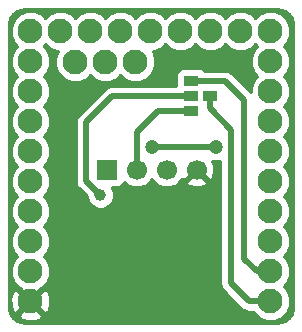
<source format=gbr>
G04 #@! TF.FileFunction,Copper,L1,Top,Signal*
%FSLAX46Y46*%
G04 Gerber Fmt 4.6, Leading zero omitted, Abs format (unit mm)*
G04 Created by KiCad (PCBNEW 4.0.6) date 12/07/19 10:46:41*
%MOMM*%
%LPD*%
G01*
G04 APERTURE LIST*
%ADD10C,0.100000*%
%ADD11C,2.100000*%
%ADD12R,1.700000X1.700000*%
%ADD13C,1.700000*%
%ADD14R,1.270000X0.970000*%
%ADD15C,1.200000*%
%ADD16C,1.000000*%
%ADD17C,0.500000*%
%ADD18C,0.254000*%
G04 APERTURE END LIST*
D10*
D11*
X161581000Y-67845000D03*
X161581000Y-70385000D03*
X161581000Y-72925000D03*
X161581000Y-75465000D03*
X161581000Y-78005000D03*
X161581000Y-80545000D03*
X161581000Y-83085000D03*
X161581000Y-85625000D03*
X161581000Y-88165000D03*
X161581000Y-65305000D03*
X159041000Y-65305000D03*
X156501000Y-65305000D03*
X153961000Y-65305000D03*
X151421000Y-65305000D03*
X148881000Y-65305000D03*
X146341000Y-65305000D03*
X143801000Y-65305000D03*
X141261000Y-65305000D03*
X141261000Y-67845000D03*
X141261000Y-70385000D03*
X141261000Y-72925000D03*
X141261000Y-75465000D03*
X141261000Y-78005000D03*
X141261000Y-80545000D03*
X141261000Y-83085000D03*
X141261000Y-85625000D03*
X141261000Y-88165000D03*
D12*
X147711000Y-77025000D03*
D13*
X150251000Y-77025000D03*
X152791000Y-77025000D03*
X155331000Y-77025000D03*
D11*
X145061000Y-67875000D03*
X147601000Y-67875000D03*
X150141000Y-67875000D03*
D14*
X154886000Y-72070000D03*
X154886000Y-70800000D03*
X154886000Y-69530000D03*
X156436000Y-70800000D03*
D15*
X156986000Y-75075000D03*
X151511000Y-75075000D03*
D16*
X147186000Y-79175000D03*
D17*
X154386000Y-80750000D02*
X153261000Y-80750000D01*
X153261000Y-80750000D02*
X153211000Y-80800000D01*
X161581000Y-88165000D02*
X159751000Y-88165000D01*
X156436000Y-71825000D02*
X156436000Y-70800000D01*
X158236000Y-73625000D02*
X156436000Y-71825000D01*
X158236000Y-86650000D02*
X158236000Y-73625000D01*
X159751000Y-88165000D02*
X158236000Y-86650000D01*
X154886000Y-69530000D02*
X157756000Y-69530000D01*
X160411000Y-85625000D02*
X161581000Y-85625000D01*
X159361000Y-84575000D02*
X160411000Y-85625000D01*
X159361000Y-71135000D02*
X159361000Y-84575000D01*
X157756000Y-69530000D02*
X159361000Y-71135000D01*
X161569400Y-80543400D02*
X161163000Y-80543400D01*
X151511000Y-75075000D02*
X156986000Y-75075000D01*
X154886000Y-70800000D02*
X148161000Y-70800000D01*
X145961000Y-77950000D02*
X147186000Y-79175000D01*
X145961000Y-73000000D02*
X145961000Y-77950000D01*
X148161000Y-70800000D02*
X145961000Y-73000000D01*
X154886000Y-72070000D02*
X152041000Y-72070000D01*
X150251000Y-73860000D02*
X150251000Y-77025000D01*
X152041000Y-72070000D02*
X150251000Y-73860000D01*
D18*
G36*
X162783384Y-63551815D02*
X163166557Y-63807844D01*
X163422585Y-64191015D01*
X163526400Y-64712931D01*
X163526400Y-88703069D01*
X163422585Y-89224985D01*
X163166557Y-89608156D01*
X162783384Y-89864185D01*
X162261469Y-89968000D01*
X140684331Y-89968000D01*
X140162415Y-89864185D01*
X139779244Y-89608157D01*
X139609223Y-89353703D01*
X140251902Y-89353703D01*
X140356687Y-89625745D01*
X140984526Y-89860619D01*
X141654456Y-89837349D01*
X142165313Y-89625745D01*
X142270098Y-89353703D01*
X141261000Y-88344605D01*
X140251902Y-89353703D01*
X139609223Y-89353703D01*
X139523215Y-89224984D01*
X139419400Y-88703069D01*
X139419400Y-87888526D01*
X139565381Y-87888526D01*
X139588651Y-88558456D01*
X139800255Y-89069313D01*
X140072297Y-89174098D01*
X141081395Y-88165000D01*
X141440605Y-88165000D01*
X142449703Y-89174098D01*
X142721745Y-89069313D01*
X142956619Y-88441474D01*
X142933349Y-87771544D01*
X142721745Y-87260687D01*
X142449703Y-87155902D01*
X141440605Y-88165000D01*
X141081395Y-88165000D01*
X140072297Y-87155902D01*
X139800255Y-87260687D01*
X139565381Y-87888526D01*
X139419400Y-87888526D01*
X139419400Y-65638697D01*
X139575708Y-65638697D01*
X139831694Y-66258229D01*
X140148050Y-66575137D01*
X139833360Y-66889278D01*
X139576293Y-67508362D01*
X139575708Y-68178697D01*
X139831694Y-68798229D01*
X140148050Y-69115137D01*
X139833360Y-69429278D01*
X139576293Y-70048362D01*
X139575708Y-70718697D01*
X139831694Y-71338229D01*
X140148050Y-71655137D01*
X139833360Y-71969278D01*
X139576293Y-72588362D01*
X139575708Y-73258697D01*
X139831694Y-73878229D01*
X140148050Y-74195137D01*
X139833360Y-74509278D01*
X139576293Y-75128362D01*
X139575708Y-75798697D01*
X139831694Y-76418229D01*
X140148050Y-76735137D01*
X139833360Y-77049278D01*
X139576293Y-77668362D01*
X139575708Y-78338697D01*
X139831694Y-78958229D01*
X140148050Y-79275137D01*
X139833360Y-79589278D01*
X139576293Y-80208362D01*
X139575708Y-80878697D01*
X139831694Y-81498229D01*
X140148050Y-81815137D01*
X139833360Y-82129278D01*
X139576293Y-82748362D01*
X139575708Y-83418697D01*
X139831694Y-84038229D01*
X140148050Y-84355137D01*
X139833360Y-84669278D01*
X139576293Y-85288362D01*
X139575708Y-85958697D01*
X139831694Y-86578229D01*
X140305278Y-87052640D01*
X140344554Y-87068949D01*
X141261000Y-87985395D01*
X142176499Y-87069896D01*
X142214229Y-87054306D01*
X142688640Y-86580722D01*
X142945707Y-85961638D01*
X142946292Y-85291303D01*
X142690306Y-84671771D01*
X142373950Y-84354863D01*
X142688640Y-84040722D01*
X142945707Y-83421638D01*
X142946292Y-82751303D01*
X142690306Y-82131771D01*
X142373950Y-81814863D01*
X142688640Y-81500722D01*
X142945707Y-80881638D01*
X142946292Y-80211303D01*
X142690306Y-79591771D01*
X142373950Y-79274863D01*
X142688640Y-78960722D01*
X142945707Y-78341638D01*
X142946292Y-77671303D01*
X142690306Y-77051771D01*
X142373950Y-76734863D01*
X142688640Y-76420722D01*
X142945707Y-75801638D01*
X142946292Y-75131303D01*
X142690306Y-74511771D01*
X142373950Y-74194863D01*
X142688640Y-73880722D01*
X142945707Y-73261638D01*
X142946292Y-72591303D01*
X142690306Y-71971771D01*
X142373950Y-71654863D01*
X142688640Y-71340722D01*
X142945707Y-70721638D01*
X142946292Y-70051303D01*
X142690306Y-69431771D01*
X142373950Y-69114863D01*
X142688640Y-68800722D01*
X142945707Y-68181638D01*
X142946292Y-67511303D01*
X142690306Y-66891771D01*
X142373950Y-66574863D01*
X142531137Y-66417950D01*
X142845278Y-66732640D01*
X143464362Y-66989707D01*
X143604065Y-66989829D01*
X143376293Y-67538362D01*
X143375708Y-68208697D01*
X143631694Y-68828229D01*
X144105278Y-69302640D01*
X144724362Y-69559707D01*
X145394697Y-69560292D01*
X146014229Y-69304306D01*
X146331137Y-68987950D01*
X146645278Y-69302640D01*
X147264362Y-69559707D01*
X147934697Y-69560292D01*
X148554229Y-69304306D01*
X148871137Y-68987950D01*
X149185278Y-69302640D01*
X149804362Y-69559707D01*
X150474697Y-69560292D01*
X151094229Y-69304306D01*
X151568640Y-68830722D01*
X151825707Y-68211638D01*
X151826292Y-67541303D01*
X151598562Y-66990156D01*
X151754697Y-66990292D01*
X152374229Y-66734306D01*
X152691137Y-66417950D01*
X153005278Y-66732640D01*
X153624362Y-66989707D01*
X154294697Y-66990292D01*
X154914229Y-66734306D01*
X155231137Y-66417950D01*
X155545278Y-66732640D01*
X156164362Y-66989707D01*
X156834697Y-66990292D01*
X157454229Y-66734306D01*
X157771137Y-66417950D01*
X158085278Y-66732640D01*
X158704362Y-66989707D01*
X159374697Y-66990292D01*
X159994229Y-66734306D01*
X160311137Y-66417950D01*
X160468050Y-66575137D01*
X160153360Y-66889278D01*
X159896293Y-67508362D01*
X159895708Y-68178697D01*
X160151694Y-68798229D01*
X160468050Y-69115137D01*
X160153360Y-69429278D01*
X159896293Y-70048362D01*
X159895970Y-70418391D01*
X158381790Y-68904210D01*
X158094675Y-68712367D01*
X158031034Y-68699708D01*
X157756000Y-68644999D01*
X157755995Y-68645000D01*
X156018191Y-68645000D01*
X155985090Y-68593559D01*
X155772890Y-68448569D01*
X155521000Y-68397560D01*
X154251000Y-68397560D01*
X154015683Y-68441838D01*
X153799559Y-68580910D01*
X153654569Y-68793110D01*
X153603560Y-69045000D01*
X153603560Y-69915000D01*
X148161005Y-69915000D01*
X148161000Y-69914999D01*
X147878516Y-69971190D01*
X147822325Y-69982367D01*
X147535210Y-70174210D01*
X147535208Y-70174213D01*
X145335210Y-72374210D01*
X145143367Y-72661325D01*
X145133685Y-72710000D01*
X145075999Y-73000000D01*
X145076000Y-73000005D01*
X145076000Y-77949995D01*
X145075999Y-77950000D01*
X145128162Y-78212233D01*
X145143367Y-78288675D01*
X145306561Y-78532914D01*
X145335210Y-78575790D01*
X146050897Y-79291477D01*
X146050803Y-79399775D01*
X146223233Y-79817086D01*
X146542235Y-80136645D01*
X146959244Y-80309803D01*
X147410775Y-80310197D01*
X147828086Y-80137767D01*
X148147645Y-79818765D01*
X148320803Y-79401756D01*
X148321197Y-78950225D01*
X148148767Y-78532914D01*
X148138311Y-78522440D01*
X148561000Y-78522440D01*
X148796317Y-78478162D01*
X149012441Y-78339090D01*
X149157431Y-78126890D01*
X149173496Y-78047557D01*
X149408717Y-78283188D01*
X149954319Y-78509742D01*
X150545089Y-78510257D01*
X151091086Y-78284656D01*
X151509188Y-77867283D01*
X151520748Y-77839443D01*
X151531344Y-77865086D01*
X151948717Y-78283188D01*
X152494319Y-78509742D01*
X153085089Y-78510257D01*
X153631086Y-78284656D01*
X153847160Y-78068958D01*
X154466647Y-78068958D01*
X154546920Y-78320259D01*
X155102279Y-78521718D01*
X155692458Y-78495315D01*
X156115080Y-78320259D01*
X156195353Y-78068958D01*
X155331000Y-77204605D01*
X154466647Y-78068958D01*
X153847160Y-78068958D01*
X154049188Y-77867283D01*
X154068951Y-77819688D01*
X154287042Y-77889353D01*
X155151395Y-77025000D01*
X155137253Y-77010858D01*
X155316858Y-76831253D01*
X155331000Y-76845395D01*
X155345143Y-76831253D01*
X155524748Y-77010858D01*
X155510605Y-77025000D01*
X156374958Y-77889353D01*
X156626259Y-77809080D01*
X156827718Y-77253721D01*
X156801315Y-76663542D01*
X156637235Y-76267418D01*
X156739266Y-76309785D01*
X157230579Y-76310214D01*
X157351000Y-76260457D01*
X157351000Y-86649995D01*
X157350999Y-86650000D01*
X157407190Y-86932484D01*
X157418367Y-86988675D01*
X157567434Y-87211771D01*
X157610210Y-87275790D01*
X159125208Y-88790787D01*
X159125210Y-88790790D01*
X159305887Y-88911514D01*
X159412326Y-88982634D01*
X159751000Y-89050001D01*
X159751005Y-89050000D01*
X160123502Y-89050000D01*
X160151694Y-89118229D01*
X160625278Y-89592640D01*
X161244362Y-89849707D01*
X161914697Y-89850292D01*
X162534229Y-89594306D01*
X163008640Y-89120722D01*
X163265707Y-88501638D01*
X163266292Y-87831303D01*
X163010306Y-87211771D01*
X162693950Y-86894863D01*
X163008640Y-86580722D01*
X163265707Y-85961638D01*
X163266292Y-85291303D01*
X163010306Y-84671771D01*
X162693950Y-84354863D01*
X163008640Y-84040722D01*
X163265707Y-83421638D01*
X163266292Y-82751303D01*
X163010306Y-82131771D01*
X162693950Y-81814863D01*
X163008640Y-81500722D01*
X163265707Y-80881638D01*
X163266292Y-80211303D01*
X163010306Y-79591771D01*
X162693950Y-79274863D01*
X163008640Y-78960722D01*
X163265707Y-78341638D01*
X163266292Y-77671303D01*
X163010306Y-77051771D01*
X162693950Y-76734863D01*
X163008640Y-76420722D01*
X163265707Y-75801638D01*
X163266292Y-75131303D01*
X163010306Y-74511771D01*
X162693950Y-74194863D01*
X163008640Y-73880722D01*
X163265707Y-73261638D01*
X163266292Y-72591303D01*
X163010306Y-71971771D01*
X162693950Y-71654863D01*
X163008640Y-71340722D01*
X163265707Y-70721638D01*
X163266292Y-70051303D01*
X163010306Y-69431771D01*
X162693950Y-69114863D01*
X163008640Y-68800722D01*
X163265707Y-68181638D01*
X163266292Y-67511303D01*
X163010306Y-66891771D01*
X162693950Y-66574863D01*
X163008640Y-66260722D01*
X163265707Y-65641638D01*
X163266292Y-64971303D01*
X163010306Y-64351771D01*
X162536722Y-63877360D01*
X161917638Y-63620293D01*
X161247303Y-63619708D01*
X160627771Y-63875694D01*
X160310863Y-64192050D01*
X159996722Y-63877360D01*
X159377638Y-63620293D01*
X158707303Y-63619708D01*
X158087771Y-63875694D01*
X157770863Y-64192050D01*
X157456722Y-63877360D01*
X156837638Y-63620293D01*
X156167303Y-63619708D01*
X155547771Y-63875694D01*
X155230863Y-64192050D01*
X154916722Y-63877360D01*
X154297638Y-63620293D01*
X153627303Y-63619708D01*
X153007771Y-63875694D01*
X152690863Y-64192050D01*
X152376722Y-63877360D01*
X151757638Y-63620293D01*
X151087303Y-63619708D01*
X150467771Y-63875694D01*
X150150863Y-64192050D01*
X149836722Y-63877360D01*
X149217638Y-63620293D01*
X148547303Y-63619708D01*
X147927771Y-63875694D01*
X147610863Y-64192050D01*
X147296722Y-63877360D01*
X146677638Y-63620293D01*
X146007303Y-63619708D01*
X145387771Y-63875694D01*
X145070863Y-64192050D01*
X144756722Y-63877360D01*
X144137638Y-63620293D01*
X143467303Y-63619708D01*
X142847771Y-63875694D01*
X142530863Y-64192050D01*
X142216722Y-63877360D01*
X141597638Y-63620293D01*
X140927303Y-63619708D01*
X140307771Y-63875694D01*
X139833360Y-64349278D01*
X139576293Y-64968362D01*
X139575708Y-65638697D01*
X139419400Y-65638697D01*
X139419400Y-64712931D01*
X139523215Y-64191016D01*
X139779244Y-63807843D01*
X140162415Y-63551815D01*
X140684331Y-63448000D01*
X162261469Y-63448000D01*
X162783384Y-63551815D01*
X162783384Y-63551815D01*
G37*
X162783384Y-63551815D02*
X163166557Y-63807844D01*
X163422585Y-64191015D01*
X163526400Y-64712931D01*
X163526400Y-88703069D01*
X163422585Y-89224985D01*
X163166557Y-89608156D01*
X162783384Y-89864185D01*
X162261469Y-89968000D01*
X140684331Y-89968000D01*
X140162415Y-89864185D01*
X139779244Y-89608157D01*
X139609223Y-89353703D01*
X140251902Y-89353703D01*
X140356687Y-89625745D01*
X140984526Y-89860619D01*
X141654456Y-89837349D01*
X142165313Y-89625745D01*
X142270098Y-89353703D01*
X141261000Y-88344605D01*
X140251902Y-89353703D01*
X139609223Y-89353703D01*
X139523215Y-89224984D01*
X139419400Y-88703069D01*
X139419400Y-87888526D01*
X139565381Y-87888526D01*
X139588651Y-88558456D01*
X139800255Y-89069313D01*
X140072297Y-89174098D01*
X141081395Y-88165000D01*
X141440605Y-88165000D01*
X142449703Y-89174098D01*
X142721745Y-89069313D01*
X142956619Y-88441474D01*
X142933349Y-87771544D01*
X142721745Y-87260687D01*
X142449703Y-87155902D01*
X141440605Y-88165000D01*
X141081395Y-88165000D01*
X140072297Y-87155902D01*
X139800255Y-87260687D01*
X139565381Y-87888526D01*
X139419400Y-87888526D01*
X139419400Y-65638697D01*
X139575708Y-65638697D01*
X139831694Y-66258229D01*
X140148050Y-66575137D01*
X139833360Y-66889278D01*
X139576293Y-67508362D01*
X139575708Y-68178697D01*
X139831694Y-68798229D01*
X140148050Y-69115137D01*
X139833360Y-69429278D01*
X139576293Y-70048362D01*
X139575708Y-70718697D01*
X139831694Y-71338229D01*
X140148050Y-71655137D01*
X139833360Y-71969278D01*
X139576293Y-72588362D01*
X139575708Y-73258697D01*
X139831694Y-73878229D01*
X140148050Y-74195137D01*
X139833360Y-74509278D01*
X139576293Y-75128362D01*
X139575708Y-75798697D01*
X139831694Y-76418229D01*
X140148050Y-76735137D01*
X139833360Y-77049278D01*
X139576293Y-77668362D01*
X139575708Y-78338697D01*
X139831694Y-78958229D01*
X140148050Y-79275137D01*
X139833360Y-79589278D01*
X139576293Y-80208362D01*
X139575708Y-80878697D01*
X139831694Y-81498229D01*
X140148050Y-81815137D01*
X139833360Y-82129278D01*
X139576293Y-82748362D01*
X139575708Y-83418697D01*
X139831694Y-84038229D01*
X140148050Y-84355137D01*
X139833360Y-84669278D01*
X139576293Y-85288362D01*
X139575708Y-85958697D01*
X139831694Y-86578229D01*
X140305278Y-87052640D01*
X140344554Y-87068949D01*
X141261000Y-87985395D01*
X142176499Y-87069896D01*
X142214229Y-87054306D01*
X142688640Y-86580722D01*
X142945707Y-85961638D01*
X142946292Y-85291303D01*
X142690306Y-84671771D01*
X142373950Y-84354863D01*
X142688640Y-84040722D01*
X142945707Y-83421638D01*
X142946292Y-82751303D01*
X142690306Y-82131771D01*
X142373950Y-81814863D01*
X142688640Y-81500722D01*
X142945707Y-80881638D01*
X142946292Y-80211303D01*
X142690306Y-79591771D01*
X142373950Y-79274863D01*
X142688640Y-78960722D01*
X142945707Y-78341638D01*
X142946292Y-77671303D01*
X142690306Y-77051771D01*
X142373950Y-76734863D01*
X142688640Y-76420722D01*
X142945707Y-75801638D01*
X142946292Y-75131303D01*
X142690306Y-74511771D01*
X142373950Y-74194863D01*
X142688640Y-73880722D01*
X142945707Y-73261638D01*
X142946292Y-72591303D01*
X142690306Y-71971771D01*
X142373950Y-71654863D01*
X142688640Y-71340722D01*
X142945707Y-70721638D01*
X142946292Y-70051303D01*
X142690306Y-69431771D01*
X142373950Y-69114863D01*
X142688640Y-68800722D01*
X142945707Y-68181638D01*
X142946292Y-67511303D01*
X142690306Y-66891771D01*
X142373950Y-66574863D01*
X142531137Y-66417950D01*
X142845278Y-66732640D01*
X143464362Y-66989707D01*
X143604065Y-66989829D01*
X143376293Y-67538362D01*
X143375708Y-68208697D01*
X143631694Y-68828229D01*
X144105278Y-69302640D01*
X144724362Y-69559707D01*
X145394697Y-69560292D01*
X146014229Y-69304306D01*
X146331137Y-68987950D01*
X146645278Y-69302640D01*
X147264362Y-69559707D01*
X147934697Y-69560292D01*
X148554229Y-69304306D01*
X148871137Y-68987950D01*
X149185278Y-69302640D01*
X149804362Y-69559707D01*
X150474697Y-69560292D01*
X151094229Y-69304306D01*
X151568640Y-68830722D01*
X151825707Y-68211638D01*
X151826292Y-67541303D01*
X151598562Y-66990156D01*
X151754697Y-66990292D01*
X152374229Y-66734306D01*
X152691137Y-66417950D01*
X153005278Y-66732640D01*
X153624362Y-66989707D01*
X154294697Y-66990292D01*
X154914229Y-66734306D01*
X155231137Y-66417950D01*
X155545278Y-66732640D01*
X156164362Y-66989707D01*
X156834697Y-66990292D01*
X157454229Y-66734306D01*
X157771137Y-66417950D01*
X158085278Y-66732640D01*
X158704362Y-66989707D01*
X159374697Y-66990292D01*
X159994229Y-66734306D01*
X160311137Y-66417950D01*
X160468050Y-66575137D01*
X160153360Y-66889278D01*
X159896293Y-67508362D01*
X159895708Y-68178697D01*
X160151694Y-68798229D01*
X160468050Y-69115137D01*
X160153360Y-69429278D01*
X159896293Y-70048362D01*
X159895970Y-70418391D01*
X158381790Y-68904210D01*
X158094675Y-68712367D01*
X158031034Y-68699708D01*
X157756000Y-68644999D01*
X157755995Y-68645000D01*
X156018191Y-68645000D01*
X155985090Y-68593559D01*
X155772890Y-68448569D01*
X155521000Y-68397560D01*
X154251000Y-68397560D01*
X154015683Y-68441838D01*
X153799559Y-68580910D01*
X153654569Y-68793110D01*
X153603560Y-69045000D01*
X153603560Y-69915000D01*
X148161005Y-69915000D01*
X148161000Y-69914999D01*
X147878516Y-69971190D01*
X147822325Y-69982367D01*
X147535210Y-70174210D01*
X147535208Y-70174213D01*
X145335210Y-72374210D01*
X145143367Y-72661325D01*
X145133685Y-72710000D01*
X145075999Y-73000000D01*
X145076000Y-73000005D01*
X145076000Y-77949995D01*
X145075999Y-77950000D01*
X145128162Y-78212233D01*
X145143367Y-78288675D01*
X145306561Y-78532914D01*
X145335210Y-78575790D01*
X146050897Y-79291477D01*
X146050803Y-79399775D01*
X146223233Y-79817086D01*
X146542235Y-80136645D01*
X146959244Y-80309803D01*
X147410775Y-80310197D01*
X147828086Y-80137767D01*
X148147645Y-79818765D01*
X148320803Y-79401756D01*
X148321197Y-78950225D01*
X148148767Y-78532914D01*
X148138311Y-78522440D01*
X148561000Y-78522440D01*
X148796317Y-78478162D01*
X149012441Y-78339090D01*
X149157431Y-78126890D01*
X149173496Y-78047557D01*
X149408717Y-78283188D01*
X149954319Y-78509742D01*
X150545089Y-78510257D01*
X151091086Y-78284656D01*
X151509188Y-77867283D01*
X151520748Y-77839443D01*
X151531344Y-77865086D01*
X151948717Y-78283188D01*
X152494319Y-78509742D01*
X153085089Y-78510257D01*
X153631086Y-78284656D01*
X153847160Y-78068958D01*
X154466647Y-78068958D01*
X154546920Y-78320259D01*
X155102279Y-78521718D01*
X155692458Y-78495315D01*
X156115080Y-78320259D01*
X156195353Y-78068958D01*
X155331000Y-77204605D01*
X154466647Y-78068958D01*
X153847160Y-78068958D01*
X154049188Y-77867283D01*
X154068951Y-77819688D01*
X154287042Y-77889353D01*
X155151395Y-77025000D01*
X155137253Y-77010858D01*
X155316858Y-76831253D01*
X155331000Y-76845395D01*
X155345143Y-76831253D01*
X155524748Y-77010858D01*
X155510605Y-77025000D01*
X156374958Y-77889353D01*
X156626259Y-77809080D01*
X156827718Y-77253721D01*
X156801315Y-76663542D01*
X156637235Y-76267418D01*
X156739266Y-76309785D01*
X157230579Y-76310214D01*
X157351000Y-76260457D01*
X157351000Y-86649995D01*
X157350999Y-86650000D01*
X157407190Y-86932484D01*
X157418367Y-86988675D01*
X157567434Y-87211771D01*
X157610210Y-87275790D01*
X159125208Y-88790787D01*
X159125210Y-88790790D01*
X159305887Y-88911514D01*
X159412326Y-88982634D01*
X159751000Y-89050001D01*
X159751005Y-89050000D01*
X160123502Y-89050000D01*
X160151694Y-89118229D01*
X160625278Y-89592640D01*
X161244362Y-89849707D01*
X161914697Y-89850292D01*
X162534229Y-89594306D01*
X163008640Y-89120722D01*
X163265707Y-88501638D01*
X163266292Y-87831303D01*
X163010306Y-87211771D01*
X162693950Y-86894863D01*
X163008640Y-86580722D01*
X163265707Y-85961638D01*
X163266292Y-85291303D01*
X163010306Y-84671771D01*
X162693950Y-84354863D01*
X163008640Y-84040722D01*
X163265707Y-83421638D01*
X163266292Y-82751303D01*
X163010306Y-82131771D01*
X162693950Y-81814863D01*
X163008640Y-81500722D01*
X163265707Y-80881638D01*
X163266292Y-80211303D01*
X163010306Y-79591771D01*
X162693950Y-79274863D01*
X163008640Y-78960722D01*
X163265707Y-78341638D01*
X163266292Y-77671303D01*
X163010306Y-77051771D01*
X162693950Y-76734863D01*
X163008640Y-76420722D01*
X163265707Y-75801638D01*
X163266292Y-75131303D01*
X163010306Y-74511771D01*
X162693950Y-74194863D01*
X163008640Y-73880722D01*
X163265707Y-73261638D01*
X163266292Y-72591303D01*
X163010306Y-71971771D01*
X162693950Y-71654863D01*
X163008640Y-71340722D01*
X163265707Y-70721638D01*
X163266292Y-70051303D01*
X163010306Y-69431771D01*
X162693950Y-69114863D01*
X163008640Y-68800722D01*
X163265707Y-68181638D01*
X163266292Y-67511303D01*
X163010306Y-66891771D01*
X162693950Y-66574863D01*
X163008640Y-66260722D01*
X163265707Y-65641638D01*
X163266292Y-64971303D01*
X163010306Y-64351771D01*
X162536722Y-63877360D01*
X161917638Y-63620293D01*
X161247303Y-63619708D01*
X160627771Y-63875694D01*
X160310863Y-64192050D01*
X159996722Y-63877360D01*
X159377638Y-63620293D01*
X158707303Y-63619708D01*
X158087771Y-63875694D01*
X157770863Y-64192050D01*
X157456722Y-63877360D01*
X156837638Y-63620293D01*
X156167303Y-63619708D01*
X155547771Y-63875694D01*
X155230863Y-64192050D01*
X154916722Y-63877360D01*
X154297638Y-63620293D01*
X153627303Y-63619708D01*
X153007771Y-63875694D01*
X152690863Y-64192050D01*
X152376722Y-63877360D01*
X151757638Y-63620293D01*
X151087303Y-63619708D01*
X150467771Y-63875694D01*
X150150863Y-64192050D01*
X149836722Y-63877360D01*
X149217638Y-63620293D01*
X148547303Y-63619708D01*
X147927771Y-63875694D01*
X147610863Y-64192050D01*
X147296722Y-63877360D01*
X146677638Y-63620293D01*
X146007303Y-63619708D01*
X145387771Y-63875694D01*
X145070863Y-64192050D01*
X144756722Y-63877360D01*
X144137638Y-63620293D01*
X143467303Y-63619708D01*
X142847771Y-63875694D01*
X142530863Y-64192050D01*
X142216722Y-63877360D01*
X141597638Y-63620293D01*
X140927303Y-63619708D01*
X140307771Y-63875694D01*
X139833360Y-64349278D01*
X139576293Y-64968362D01*
X139575708Y-65638697D01*
X139419400Y-65638697D01*
X139419400Y-64712931D01*
X139523215Y-64191016D01*
X139779244Y-63807843D01*
X140162415Y-63551815D01*
X140684331Y-63448000D01*
X162261469Y-63448000D01*
X162783384Y-63551815D01*
M02*

</source>
